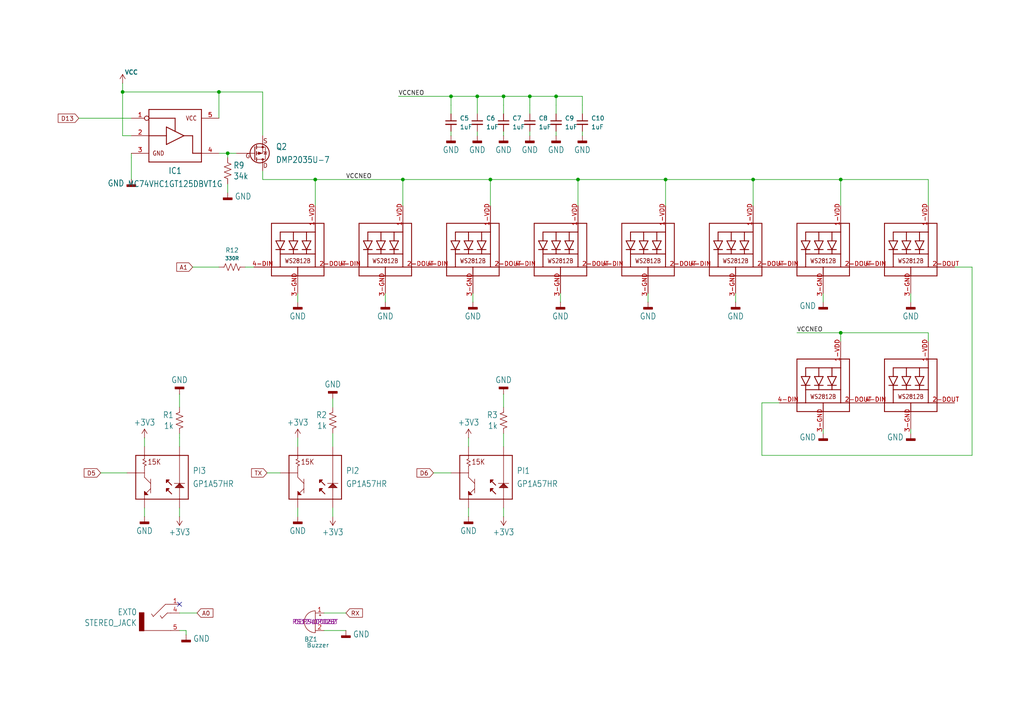
<source format=kicad_sch>
(kicad_sch (version 20250114) (generator "eeschema") (generator_version "9.0")
  (paper "A4")
  (lib_symbols
    (symbol "Device:Buzzer" (pin_names (offset 0.0254) (hide yes))
      (property "Reference" "BZ" (at 3.81 1.27 0))
      (property "Value" "Buzzer" (at 3.81 -1.27 0))
      (symbol "Buzzer_0_1"
        (polyline (pts (xy -1.651 1.905) (xy -1.143 1.905)))
        (polyline (pts (xy -1.397 2.159) (xy -1.397 1.651)))
        (arc (start 0 3.175) (mid 3.1612 0) (end 0 -3.175))
        (polyline (pts (xy 0 3.175) (xy 0 -3.175)))
      )
      (symbol "Buzzer_1_1"
        (pin passive line (at -2.54 2.54 0) (length 2.54) (name "+") (number "1"))
        (pin passive line (at -2.54 -2.54 0) (length 2.54) (name "-") (number "2"))
      )
    )
    (symbol "Device:C_Small" (pin_numbers (hide yes)) (pin_names (offset 0.254) (hide yes))
      (property "Reference" "C" (at 0.254 1.778 0))
      (property "Value" "C_Small" (at 0.254 -2.032 0))
      (symbol "C_Small_0_1"
        (polyline (pts (xy -1.524 0.508) (xy 1.524 0.508)) (stroke (width 0.3048)))
        (polyline (pts (xy -1.524 -0.508) (xy 1.524 -0.508)) (stroke (width 0.3302)))
      )
      (symbol "C_Small_1_1"
        (pin passive line (at 0 2.54 270) (length 2.032) (name "~") (number "1"))
        (pin passive line (at 0 -2.54 90) (length 2.032) (name "~") (number "2"))
      )
    )
    (symbol "Device:R_US" (pin_numbers (hide yes)) (pin_names (offset 0))
      (property "Reference" "R" (at 2.54 0 90))
      (property "Value" "R_US" (at -2.54 0 90))
      (symbol "R_US_0_1"
        (polyline (pts (xy 0 2.286) (xy 0 2.54)))
        (polyline (pts (xy 0 2.286) (xy 1.016 1.905) (xy 0 1.524) (xy -1.016 1.143) (xy 0 0.762)))
        (polyline (pts (xy 0 0.762) (xy 1.016 0.381) (xy 0 0) (xy -1.016 -0.381) (xy 0 -0.762)))
        (polyline (pts (xy 0 -0.762) (xy 1.016 -1.143) (xy 0 -1.524) (xy -1.016 -1.905) (xy 0 -2.286)))
        (polyline (pts (xy 0 -2.286) (xy 0 -2.54)))
      )
      (symbol "R_US_1_1"
        (pin passive line (at 0 3.81 270) (length 1.27) (name "~") (number "1"))
        (pin passive line (at 0 -3.81 90) (length 1.27) (name "~") (number "2"))
      )
    )
    (symbol "FED3_v7.3 SymLib:GP1A57HR"
      (symbol "GP1A57HR_1_0"
        (polyline (pts (xy -7.62 10.16) (xy 5.08 10.16)) (stroke (width 0.254)))
        (polyline (pts (xy -7.62 -2.54) (xy -7.62 10.16)) (stroke (width 0.254)))
        (polyline (pts (xy -6.096 1.016) (xy -6.35 0.762)) (stroke (width 0.1524)))
        (polyline (pts (xy -6.096 0.889) (xy -4.064 0.889)) (stroke (width 0.1524)))
        (polyline (pts (xy -5.842 1.27) (xy -6.096 1.016)) (stroke (width 0.1524)))
        (polyline (pts (xy -5.842 1.27) (xy -4.318 1.27)) (stroke (width 0.1524)))
        (polyline (pts (xy -5.588 1.524) (xy -5.842 1.27)) (stroke (width 0.1524)))
        (polyline (pts (xy -5.588 1.397) (xy -4.572 1.397)) (stroke (width 0.1524)))
        (polyline (pts (xy -5.334 1.778) (xy -5.588 1.524)) (stroke (width 0.1524)))
        (polyline (pts (xy -5.334 1.778) (xy -4.826 1.778)) (stroke (width 0.1524)))
        (polyline (pts (xy -5.207 1.905) (xy -5.334 1.778)) (stroke (width 0.1524)))
        (polyline (pts (xy -5.207 1.905) (xy -4.953 1.905)) (stroke (width 0.1524)))
        (polyline (pts (xy -5.08 2.032) (xy -6.604 2.032)) (stroke (width 0.1524)))
        (polyline (pts (xy -5.08 2.032) (xy -5.207 1.905)) (stroke (width 0.1524)))
        (polyline (pts (xy -5.08 2.032) (xy -5.08 10.16)) (stroke (width 0.1524)))
        (polyline (pts (xy -5.08 0.762) (xy -6.35 0.762)) (stroke (width 0.1524)))
        (polyline (pts (xy -5.08 -2.54) (xy -7.62 -2.54)) (stroke (width 0.254)))
        (polyline (pts (xy -5.08 -2.54) (xy -5.08 0.762)) (stroke (width 0.1524)))
        (polyline (pts (xy -4.953 1.905) (xy -5.08 2.032)) (stroke (width 0.1524)))
        (polyline (pts (xy -4.826 1.778) (xy -4.953 1.905)) (stroke (width 0.1524)))
        (polyline (pts (xy -4.826 1.651) (xy -5.334 1.651)) (stroke (width 0.1524)))
        (polyline (pts (xy -4.572 1.524) (xy -5.588 1.524)) (stroke (width 0.1524)))
        (polyline (pts (xy -4.572 1.524) (xy -4.826 1.778)) (stroke (width 0.1524)))
        (polyline (pts (xy -4.318 1.27) (xy -4.572 1.524)) (stroke (width 0.1524)))
        (polyline (pts (xy -4.318 1.143) (xy -5.842 1.143)) (stroke (width 0.1524)))
        (polyline (pts (xy -4.064 1.016) (xy -6.096 1.016)) (stroke (width 0.1524)))
        (polyline (pts (xy -4.064 1.016) (xy -4.318 1.27)) (stroke (width 0.1524)))
        (polyline (pts (xy -3.81 0.762) (xy -5.08 0.762)) (stroke (width 0.1524)))
        (polyline (pts (xy -3.81 0.762) (xy -4.064 1.016)) (stroke (width 0.1524)))
        (polyline (pts (xy -3.556 2.032) (xy -5.08 2.032)) (stroke (width 0.1524)))
        (polyline (pts (xy -2.794 1.524) (xy -1.778 2.54)) (stroke (width 0.254)))
        (polyline (pts (xy -2.794 -1.016) (xy -1.778 0)) (stroke (width 0.254)))
        (polyline (pts (xy -2.032 3.048) (xy -1.27 2.286)) (stroke (width 0.254)))
        (polyline (pts (xy -2.032 0.508) (xy -1.27 -0.254)) (stroke (width 0.254)))
        (polyline (pts (xy -1.778 3.048) (xy -2.032 3.048)) (stroke (width 0.254)))
        (polyline (pts (xy -1.778 3.048) (xy -1.27 2.54)) (stroke (width 0.254)))
        (polyline (pts (xy -1.778 0.508) (xy -2.032 0.508)) (stroke (width 0.254)))
        (polyline (pts (xy -1.778 0.508) (xy -1.27 0)) (stroke (width 0.254)))
        (polyline (pts (xy -1.524 3.048) (xy -1.778 3.048)) (stroke (width 0.254)))
        (polyline (pts (xy -1.524 3.048) (xy -1.27 2.794)) (stroke (width 0.254)))
        (polyline (pts (xy -1.524 0.508) (xy -1.778 0.508)) (stroke (width 0.254)))
        (polyline (pts (xy -1.524 0.508) (xy -1.27 0.254)) (stroke (width 0.254)))
        (polyline (pts (xy -1.27 3.048) (xy -1.524 3.048)) (stroke (width 0.254)))
        (polyline (pts (xy -1.27 2.794) (xy -1.27 3.048)) (stroke (width 0.254)))
        (polyline (pts (xy -1.27 2.54) (xy -1.27 2.794)) (stroke (width 0.254)))
        (polyline (pts (xy -1.27 2.286) (xy -1.27 2.54)) (stroke (width 0.254)))
        (polyline (pts (xy -1.27 0.508) (xy -1.524 0.508)) (stroke (width 0.254)))
        (polyline (pts (xy -1.27 0.254) (xy -1.27 0.508)) (stroke (width 0.254)))
        (polyline (pts (xy -1.27 0) (xy -1.27 0.254)) (stroke (width 0.254)))
        (polyline (pts (xy -1.27 -0.254) (xy -1.27 0)) (stroke (width 0.254)))
        (polyline (pts (xy 3.302 3.302) (xy 3.302 2.032)) (stroke (width 0.1524)))
        (polyline (pts (xy 3.302 2.032) (xy 3.302 0.508)) (stroke (width 0.1524)))
        (polyline (pts (xy 3.302 2.032) (xy 5.08 3.81)) (stroke (width 0.1524)))
        (polyline (pts (xy 3.302 0.508) (xy 3.302 -0.762)) (stroke (width 0.1524)))
        (polyline (pts (xy 3.302 0.508) (xy 4.572 -0.762)) (stroke (width 0.1524)))
        (polyline (pts (xy 4.064 -1.27) (xy 4.191 -1.27)) (stroke (width 0.1524)))
        (polyline (pts (xy 4.191 -1.27) (xy 4.318 -1.27)) (stroke (width 0.1524)))
        (polyline (pts (xy 4.318 -1.27) (xy 4.445 -1.27)) (stroke (width 0.1524)))
        (polyline (pts (xy 4.445 -1.27) (xy 4.572 -1.27)) (stroke (width 0.1524)))
        (polyline (pts (xy 4.572 8.382) (xy 5.588 7.874)) (stroke (width 0.1524)))
        (polyline (pts (xy 4.572 7.366) (xy 5.08 7.112)) (stroke (width 0.1524)))
        (polyline (pts (xy 4.572 -1.27) (xy 4.699 -1.27)) (stroke (width 0.1524)))
        (polyline (pts (xy 4.699 -1.27) (xy 4.826 -1.27)) (stroke (width 0.1524)))
        (polyline (pts (xy 4.826 -1.27) (xy 5.08 -1.27)) (stroke (width 0.1524)))
        (polyline (pts (xy 4.953 -0.508) (xy 4.318 -1.143)) (stroke (width 0.1524)))
        (polyline (pts (xy 4.953 -0.635) (xy 4.445 -1.143)) (stroke (width 0.1524)))
        (polyline (pts (xy 4.953 -0.762) (xy 4.572 -1.143)) (stroke (width 0.1524)))
        (polyline (pts (xy 4.953 -0.889) (xy 4.699 -1.143)) (stroke (width 0.1524)))
        (polyline (pts (xy 4.953 -1.016) (xy 4.826 -1.143)) (stroke (width 0.1524)))
        (polyline (pts (xy 4.953 -1.143) (xy 4.826 -1.27)) (stroke (width 0.1524)))
        (polyline (pts (xy 5.08 10.16) (xy 5.08 9.144)) (stroke (width 0.1524)))
        (polyline (pts (xy 5.08 10.16) (xy 7.62 10.16)) (stroke (width 0.254)))
        (polyline (pts (xy 5.08 9.144) (xy 5.588 8.89)) (stroke (width 0.1524)))
        (polyline (pts (xy 5.08 7.112) (xy 5.08 5.08)) (stroke (width 0.1524)))
        (polyline (pts (xy 5.08 5.08) (xy 5.08 3.81)) (stroke (width 0.1524)))
        (polyline (pts (xy 5.08 5.08) (xy 7.62 5.08)) (stroke (width 0.1524)))
        (polyline (pts (xy 5.08 -0.254) (xy 4.064 -1.27)) (stroke (width 0.1524)))
        (polyline (pts (xy 5.08 -0.381) (xy 4.191 -1.27)) (stroke (width 0.1524)))
        (polyline (pts (xy 5.08 -0.381) (xy 5.08 -0.254)) (stroke (width 0.1524)))
        (polyline (pts (xy 5.08 -0.508) (xy 4.318 -1.27)) (stroke (width 0.1524)))
        (polyline (pts (xy 5.08 -0.508) (xy 5.08 -0.381)) (stroke (width 0.1524)))
        (polyline (pts (xy 5.08 -0.635) (xy 4.445 -1.27)) (stroke (width 0.1524)))
        (polyline (pts (xy 5.08 -0.635) (xy 5.08 -0.508)) (stroke (width 0.1524)))
        (polyline (pts (xy 5.08 -0.762) (xy 4.572 -1.27)) (stroke (width 0.1524)))
        (polyline (pts (xy 5.08 -0.762) (xy 5.08 -0.635)) (stroke (width 0.1524)))
        (polyline (pts (xy 5.08 -0.889) (xy 4.699 -1.27)) (stroke (width 0.1524)))
        (polyline (pts (xy 5.08 -0.889) (xy 5.08 -0.762)) (stroke (width 0.1524)))
        (polyline (pts (xy 5.08 -1.016) (xy 4.826 -1.27)) (stroke (width 0.1524)))
        (polyline (pts (xy 5.08 -1.016) (xy 5.08 -0.889)) (stroke (width 0.1524)))
        (polyline (pts (xy 5.08 -1.27) (xy 5.08 -1.016)) (stroke (width 0.1524)))
        (polyline (pts (xy 5.08 -2.54) (xy -5.08 -2.54)) (stroke (width 0.254)))
        (polyline (pts (xy 5.08 -2.54) (xy 5.08 -1.27)) (stroke (width 0.1524)))
        (polyline (pts (xy 5.588 8.89) (xy 4.572 8.382)) (stroke (width 0.1524)))
        (polyline (pts (xy 5.588 7.874) (xy 4.572 7.366)) (stroke (width 0.1524)))
        (polyline (pts (xy 7.62 10.16) (xy 7.62 5.08)) (stroke (width 0.254)))
        (polyline (pts (xy 7.62 5.08) (xy 7.62 -2.54)) (stroke (width 0.254)))
        (polyline (pts (xy 7.62 -2.54) (xy 5.08 -2.54)) (stroke (width 0.254)))
        (text "15K" (at 0.254 7.366 0) (effects (font (size 1.524 1.2954)) (justify left bottom)))
        (pin bidirectional line (at -5.08 12.7 270) (length 2.54) (name "2") (number "2"))
        (pin bidirectional line (at -5.08 -5.08 90) (length 2.54) (name "1") (number "1"))
        (pin bidirectional line (at 5.08 12.7 270) (length 2.54) (name "3") (number "3"))
        (pin bidirectional line (at 5.08 -5.08 90) (length 2.54) (name "5") (number "5"))
        (pin bidirectional line (at 10.16 5.08 180) (length 2.54) (name "4") (number "4"))
      )
    )
    (symbol "FED3_v7.3 SymLib:MOSFET_P-CH"
      (symbol "MOSFET_P-CH_0_1"
        (polyline (pts (xy -2.286 1.905) (xy -2.286 -1.905)) (stroke (width 0.254)))
        (polyline (pts (xy -2.286 0) (xy -5.08 0)))
        (polyline (pts (xy -1.778 2.286) (xy -1.778 1.27)) (stroke (width 0.254)))
        (polyline (pts (xy -1.778 1.778) (xy 0.762 1.778) (xy 0.762 -1.778) (xy -1.778 -1.778)))
        (polyline (pts (xy -1.778 0.508) (xy -1.778 -0.508)) (stroke (width 0.254)))
        (polyline (pts (xy -1.778 -1.27) (xy -1.778 -2.286)) (stroke (width 0.254)))
        (circle (center -0.889 0) (radius 2.794) (stroke (width 0.254)))
        (polyline (pts (xy -0.254 0) (xy -1.27 0.381) (xy -1.27 -0.381) (xy -0.254 0)) (fill (type outline)))
        (polyline (pts (xy 0 2.54) (xy 0 1.778)))
        (circle (center 0 1.778) (radius 0.254) (fill (type outline)))
        (circle (center 0 -1.778) (radius 0.254) (fill (type outline)))
        (polyline (pts (xy 0 -2.54) (xy 0 0) (xy -1.778 0)))
        (polyline (pts (xy 0.254 -0.508) (xy 0.381 -0.381) (xy 1.143 -0.381) (xy 1.27 -0.254)))
        (polyline (pts (xy 0.762 -0.381) (xy 0.381 0.254) (xy 1.143 0.254) (xy 0.762 -0.381)))
      )
      (symbol "MOSFET_P-CH_1_1"
        (text "G" (at -4.318 0.762 0) (effects (font (size 1.27 1.27))))
        (text "D" (at 0.762 3.556 0) (effects (font (size 1.27 1.27))))
        (text "S" (at 0.762 -3.556 0) (effects (font (size 1.27 1.27))))
        (pin passive line (at -7.62 0 0) (length 2.54) (name "G") (number "P$1"))
        (pin passive line (at 0 5.08 270) (length 2.54) (name "D") (number "P$3"))
        (pin passive line (at 0 -5.08 90) (length 2.54) (name "S") (number "P$2"))
      )
    )
    (symbol "FED3_v7.3 SymLib:SN74LVC1G125"
      (symbol "SN74LVC1G125_1_0"
        (polyline (pts (xy -7.62 7.62) (xy -7.62 -7.62)) (stroke (width 0.254)))
        (polyline (pts (xy -7.62 5.08) (xy 0 5.08)) (stroke (width 0.254)))
        (polyline (pts (xy -7.62 0) (xy -2.54 0)) (stroke (width 0.254)))
        (polyline (pts (xy -7.62 -7.62) (xy 7.62 -7.62)) (stroke (width 0.254)))
        (polyline (pts (xy -2.54 2.54) (xy -2.54 -2.54)) (stroke (width 0.254)))
        (polyline (pts (xy -2.54 2.54) (xy 0 1.27)) (stroke (width 0.254)))
        (polyline (pts (xy 0 5.08) (xy 0 1.27)) (stroke (width 0.254)))
        (polyline (pts (xy 0 1.27) (xy 2.54 0)) (stroke (width 0.254)))
        (polyline (pts (xy 2.54 0) (xy -2.54 -2.54)) (stroke (width 0.254)))
        (polyline (pts (xy 2.54 0) (xy 5.08 0)) (stroke (width 0.254)))
        (polyline (pts (xy 5.08 0) (xy 5.08 -5.08)) (stroke (width 0.254)))
        (polyline (pts (xy 5.08 -5.08) (xy 7.62 -5.08)) (stroke (width 0.254)))
        (polyline (pts (xy 7.62 7.62) (xy -7.62 7.62)) (stroke (width 0.254)))
        (polyline (pts (xy 7.62 -7.62) (xy 7.62 7.62)) (stroke (width 0.254)))
        (text "GND" (at -6.604 -5.842 0) (effects (font (size 1.27 1.0795)) (justify left bottom)))
        (text "VCC" (at 3.048 4.318 0) (effects (font (size 1.27 1.0795)) (justify left bottom)))
        (pin bidirectional inverted (at -12.7 5.08 0) (length 5.08) (name "P$1") (number "1"))
        (pin bidirectional line (at -12.7 0 0) (length 5.08) (name "P$2") (number "2"))
        (pin bidirectional line (at -12.7 -5.08 0) (length 5.08) (name "P$3") (number "3"))
        (pin bidirectional line (at 12.7 5.08 180) (length 5.08) (name "P$5") (number "5"))
        (pin bidirectional line (at 12.7 -5.08 180) (length 5.08) (name "P$4") (number "4"))
      )
    )
    (symbol "FED3_v7.3 SymLib:STEREO_JACK"
      (symbol "STEREO_JACK_1_0"
        (rectangle (start -5.207 2.667) (end -6.604 -2.667) (fill (type outline)))
        (polyline (pts (xy -2.54 1.524) (xy -3.048 2.286)) (stroke (width 0.1524)))
        (polyline (pts (xy 0 1.016) (xy -0.508 1.778)) (stroke (width 0.1524)))
        (polyline (pts (xy 1.016 5.08) (xy -2.54 1.524)) (stroke (width 0.1524)))
        (polyline (pts (xy 1.524 2.54) (xy 0 1.016)) (stroke (width 0.1524)))
        (polyline (pts (xy 2.54 5.08) (xy 1.016 5.08)) (stroke (width 0.1524)))
        (polyline (pts (xy 2.54 2.54) (xy 1.524 2.54)) (stroke (width 0.1524)))
        (polyline (pts (xy 2.54 -2.54) (xy -5.207 -2.54)) (stroke (width 0.1524)))
        (pin passive line (at 5.08 5.08 180) (length 2.54) (name "1") (number "1"))
        (pin passive line (at 5.08 2.54 180) (length 2.54) (name "4") (number "4"))
        (pin passive line (at 5.08 -2.54 180) (length 2.54) (name "5") (number "5"))
      )
    )
    (symbol "FED3_v7.3 SymLib:WS2812B5050"
      (symbol "WS2812B5050_1_0"
        (polyline (pts (xy -7.62 10.16) (xy -7.62 -2.54)) (stroke (width 0.254)))
        (polyline (pts (xy -7.62 -2.54) (xy -7.62 -5.08)) (stroke (width 0.254)))
        (polyline (pts (xy -7.62 -5.08) (xy 0 -5.08)) (stroke (width 0.254)))
        (polyline (pts (xy -6.35 5.08) (xy -5.08 5.08)) (stroke (width 0.254)))
        (polyline (pts (xy -6.35 2.54) (xy -5.08 2.54)) (stroke (width 0.254)))
        (polyline (pts (xy -5.08 7.62) (xy -5.08 5.08)) (stroke (width 0.254)))
        (polyline (pts (xy -5.08 5.08) (xy -3.81 5.08)) (stroke (width 0.254)))
        (polyline (pts (xy -5.08 2.54) (xy -6.35 5.08)) (stroke (width 0.254)))
        (polyline (pts (xy -5.08 2.54) (xy -5.08 1.27)) (stroke (width 0.254)))
        (polyline (pts (xy -5.08 2.54) (xy -3.81 5.08)) (stroke (width 0.254)))
        (polyline (pts (xy -5.08 1.27) (xy -5.08 -2.54)) (stroke (width 0.254)))
        (polyline (pts (xy -5.08 -2.54) (xy -7.62 -2.54)) (stroke (width 0.254)))
        (polyline (pts (xy -5.08 -2.54) (xy 0 -2.54)) (stroke (width 0.254)))
        (polyline (pts (xy -3.81 2.54) (xy -5.08 2.54)) (stroke (width 0.254)))
        (polyline (pts (xy -2.54 5.08) (xy 0 5.08)) (stroke (width 0.254)))
        (polyline (pts (xy -2.54 2.54) (xy -1.27 2.54)) (stroke (width 0.254)))
        (polyline (pts (xy -1.27 7.62) (xy -5.08 7.62)) (stroke (width 0.254)))
        (polyline (pts (xy -1.27 5.08) (xy -1.27 7.62)) (stroke (width 0.254)))
        (polyline (pts (xy -1.27 2.54) (xy -2.54 5.08)) (stroke (width 0.254)))
        (polyline (pts (xy -1.27 2.54) (xy -1.27 1.27)) (stroke (width 0.254)))
        (polyline (pts (xy -1.27 2.54) (xy 0 2.54)) (stroke (width 0.254)))
        (polyline (pts (xy -1.27 1.27) (xy -5.08 1.27)) (stroke (width 0.254)))
        (polyline (pts (xy 0 5.08) (xy -1.27 2.54)) (stroke (width 0.254)))
        (polyline (pts (xy 0 -2.54) (xy 0 -5.08)) (stroke (width 0.254)))
        (polyline (pts (xy 0 -2.54) (xy 5.08 -2.54)) (stroke (width 0.254)))
        (polyline (pts (xy 0 -5.08) (xy 7.62 -5.08)) (stroke (width 0.254)))
        (polyline (pts (xy 1.27 5.08) (xy 2.54 5.08)) (stroke (width 0.254)))
        (polyline (pts (xy 1.27 5.08) (xy 2.54 2.54)) (stroke (width 0.254)))
        (polyline (pts (xy 2.54 7.62) (xy -1.27 7.62)) (stroke (width 0.254)))
        (polyline (pts (xy 2.54 7.62) (xy 5.08 7.62)) (stroke (width 0.254)))
        (polyline (pts (xy 2.54 5.08) (xy 2.54 7.62)) (stroke (width 0.254)))
        (polyline (pts (xy 2.54 2.54) (xy 1.27 2.54)) (stroke (width 0.254)))
        (polyline (pts (xy 2.54 2.54) (xy 2.54 1.27)) (stroke (width 0.254)))
        (polyline (pts (xy 2.54 2.54) (xy 3.81 5.08)) (stroke (width 0.254)))
        (polyline (pts (xy 2.54 2.54) (xy 3.81 2.54)) (stroke (width 0.254)))
        (polyline (pts (xy 2.54 1.27) (xy -1.27 1.27)) (stroke (width 0.254)))
        (polyline (pts (xy 3.81 5.08) (xy 2.54 5.08)) (stroke (width 0.254)))
        (polyline (pts (xy 5.08 10.16) (xy -7.62 10.16)) (stroke (width 0.254)))
        (polyline (pts (xy 5.08 10.16) (xy 5.08 7.62)) (stroke (width 0.254)))
        (polyline (pts (xy 5.08 7.62) (xy 5.08 1.27)) (stroke (width 0.254)))
        (polyline (pts (xy 5.08 1.27) (xy 2.54 1.27)) (stroke (width 0.254)))
        (polyline (pts (xy 5.08 -2.54) (xy 5.08 1.27)) (stroke (width 0.254)))
        (polyline (pts (xy 5.08 -2.54) (xy 7.62 -2.54)) (stroke (width 0.254)))
        (polyline (pts (xy 7.62 10.16) (xy 5.08 10.16)) (stroke (width 0.254)))
        (polyline (pts (xy 7.62 -2.54) (xy 7.62 10.16)) (stroke (width 0.254)))
        (polyline (pts (xy 7.62 -5.08) (xy 7.62 -2.54)) (stroke (width 0.254)))
        (text "WS2812B" (at 3.81 0 0) (effects (font (size 1.27 1.0795)) (justify right top)))
        (pin input line (at -12.7 -2.54 0) (length 5.08) (name "DI") (number "4-DIN"))
        (pin power_in line (at 0 -10.16 90) (length 5.08) (name "GND") (number "3-GND"))
        (pin power_in line (at 5.08 15.24 270) (length 5.08) (name "VDD") (number "1-VDD"))
        (pin output line (at 12.7 -2.54 180) (length 5.08) (name "DO") (number "2-DOUT"))
      )
    )
    (symbol "power:+3V3" (power) (pin_numbers (hide yes)) (pin_names (offset 0) (hide yes))
      (property "Value" "+3V3" (at 0 3.556 0))
      (symbol "+3V3_0_1"
        (polyline (pts (xy -0.762 1.27) (xy 0 2.54)))
        (polyline (pts (xy 0 2.54) (xy 0.762 1.27)))
        (polyline (pts (xy 0 0) (xy 0 2.54)))
      )
      (symbol "+3V3_1_1"
        (pin power_in line (at 0 0 90) (length 0) (name "~") (number "1"))
      )
    )
    (symbol "power:GNDD" (power) (pin_numbers (hide yes)) (pin_names (offset 0) (hide yes))
      (property "Value" "GNDD" (at 0 -3.175 0))
      (symbol "GNDD_0_1"
        (rectangle (start -1.27 -1.524) (end 1.27 -2.032) (stroke (width 0.254)) (fill (type outline)))
        (polyline (pts (xy 0 0) (xy 0 -1.524)))
      )
      (symbol "GNDD_1_1"
        (pin power_in line (at 0 0 270) (length 0) (name "~") (number "1"))
      )
    )
    (symbol "power:VCC" (power) (pin_numbers (hide yes)) (pin_names (offset 0) (hide yes))
      (property "Value" "VCC" (at 0 3.556 0))
      (symbol "VCC_0_1"
        (polyline (pts (xy -0.762 1.27) (xy 0 2.54)))
        (polyline (pts (xy 0 2.54) (xy 0.762 1.27)))
        (polyline (pts (xy 0 0) (xy 0 2.54)))
      )
      (symbol "VCC_1_1"
        (pin power_in line (at 0 0 90) (length 0) (name "~") (number "1"))
      )
    )
  )
  (junction (at 142.24 52.07))
  (junction (at 91.44 52.07))
  (junction (at 167.64 52.07))
  (junction (at 138.43 27.94))
  (junction (at 243.84 96.52))
  (junction (at 218.44 52.07))
  (junction (at 243.84 52.07))
  (junction (at 63.5 26.67))
  (junction (at 153.67 27.94))
  (junction (at 146.05 27.94))
  (junction (at 66.04 44.45))
  (junction (at 193.04 52.07))
  (junction (at 161.29 27.94))
  (junction (at 35.56 26.67))
  (junction (at 116.84 52.07))
  (junction (at 130.81 27.94))
  (no_connect (at 52.07 175.26))
  (wire (pts (xy 138.43 27.94) (xy 146.05 27.94)) (stroke (width 0.1524)))
  (wire (pts (xy 36.83 137.16) (xy 29.21 137.16)) (stroke (width 0.1524)))
  (wire (pts (xy 162.56 85.09) (xy 162.56 87.63)) (stroke (width 0.1524)))
  (wire (pts (xy 238.76 125.73) (xy 238.76 124.46)))
  (wire (pts (xy 52.07 182.88) (xy 53.975 182.88)) (stroke (width 0.1524)))
  (wire (pts (xy 220.98 116.84) (xy 220.98 132.08)) (stroke (width 0.1524)))
  (wire (pts (xy 161.29 27.94) (xy 168.91 27.94)) (stroke (width 0.1524)))
  (wire (pts (xy 76.2 39.37) (xy 76.2 26.67)) (stroke (width 0.1524)))
  (wire (pts (xy 243.84 96.52) (xy 269.24 96.52)) (stroke (width 0.1524)))
  (wire (pts (xy 264.16 125.73) (xy 264.16 124.46)))
  (wire (pts (xy 276.86 77.47) (xy 281.94 77.47)) (stroke (width 0.1524)))
  (wire (pts (xy 142.24 59.69) (xy 142.24 52.07)) (stroke (width 0.1524)))
  (wire (pts (xy 269.24 52.07) (xy 269.24 59.69)) (stroke (width 0.1524)))
  (wire (pts (xy 116.84 52.07) (xy 142.24 52.07)) (stroke (width 0.1524)))
  (wire (pts (xy 167.64 52.07) (xy 193.04 52.07)) (stroke (width 0.1524)))
  (wire (pts (xy 243.84 99.06) (xy 243.84 96.52)) (stroke (width 0.1524)))
  (wire (pts (xy 130.81 137.16) (xy 125.73 137.16)) (stroke (width 0.1524)))
  (wire (pts (xy 96.52 115.57) (xy 96.52 118.11)))
  (wire (pts (xy 243.84 52.07) (xy 269.24 52.07)) (stroke (width 0.1524)))
  (wire (pts (xy 81.28 137.16) (xy 77.47 137.16)) (stroke (width 0.1524)))
  (wire (pts (xy 115.57 27.94) (xy 130.81 27.94)) (stroke (width 0.1524)))
  (wire (pts (xy 269.24 96.52) (xy 269.24 99.06)) (stroke (width 0.1524)))
  (wire (pts (xy 52.07 177.8) (xy 57.15 177.8)) (stroke (width 0.1524)))
  (wire (pts (xy 76.2 52.07) (xy 91.44 52.07)) (stroke (width 0.1524)))
  (wire (pts (xy 93.98 177.8) (xy 100.33 177.8)))
  (wire (pts (xy 167.64 59.69) (xy 167.64 52.07)) (stroke (width 0.1524)))
  (wire (pts (xy 243.84 59.69) (xy 243.84 52.07)) (stroke (width 0.1524)))
  (wire (pts (xy 153.67 30.48) (xy 153.67 33.02)))
  (wire (pts (xy 86.36 127) (xy 86.36 129.54)) (stroke (width 0.1524)))
  (wire (pts (xy 238.76 85.09) (xy 238.76 87.63)) (stroke (width 0.1524)))
  (wire (pts (xy 63.5 26.67) (xy 76.2 26.67)) (stroke (width 0.1524)))
  (wire (pts (xy 146.05 149.86) (xy 146.05 147.32)) (stroke (width 0.1524)))
  (wire (pts (xy 146.05 30.48) (xy 146.05 27.94)) (stroke (width 0.1524)))
  (wire (pts (xy 38.1 44.45) (xy 38.1 45.72)) (stroke (width 0.1524)))
  (wire (pts (xy 66.04 44.45) (xy 66.04 45.72)) (stroke (width 0.1524)))
  (wire (pts (xy 41.91 127) (xy 41.91 129.54)) (stroke (width 0.1524)))
  (wire (pts (xy 35.56 26.67) (xy 35.56 24.13)) (stroke (width 0.1524)))
  (wire (pts (xy 187.96 85.09) (xy 187.96 87.63)) (stroke (width 0.1524)))
  (wire (pts (xy 63.5 26.67) (xy 63.5 34.29)) (stroke (width 0.1524)))
  (wire (pts (xy 220.98 116.84) (xy 226.06 116.84)) (stroke (width 0.1524)))
  (wire (pts (xy 218.44 59.69) (xy 218.44 52.07)) (stroke (width 0.1524)))
  (wire (pts (xy 168.91 30.48) (xy 168.91 33.02)))
  (wire (pts (xy 135.89 149.86) (xy 135.89 147.32)) (stroke (width 0.1524)))
  (wire (pts (xy 146.05 38.1) (xy 146.05 39.37)) (stroke (width 0.1524)))
  (wire (pts (xy 52.07 149.86) (xy 52.07 147.32)) (stroke (width 0.1524)))
  (wire (pts (xy 93.98 182.88) (xy 100.33 182.88)))
  (wire (pts (xy 135.89 127) (xy 135.89 129.54)) (stroke (width 0.1524)))
  (wire (pts (xy 146.05 125.73) (xy 146.05 129.54)) (stroke (width 0.1524)))
  (wire (pts (xy 153.67 27.94) (xy 161.29 27.94)) (stroke (width 0.1524)))
  (wire (pts (xy 146.05 114.3) (xy 146.05 118.11)))
  (wire (pts (xy 138.43 30.48) (xy 138.43 27.94)) (stroke (width 0.1524)))
  (wire (pts (xy 86.36 85.09) (xy 86.36 87.63)) (stroke (width 0.1524)))
  (wire (pts (xy 138.43 38.1) (xy 138.43 39.37)) (stroke (width 0.1524)))
  (wire (pts (xy 38.1 34.29) (xy 22.86 34.29)) (stroke (width 0.1524)))
  (wire (pts (xy 213.36 85.09) (xy 213.36 87.63)) (stroke (width 0.1524)))
  (wire (pts (xy 66.04 44.45) (xy 68.58 44.45)) (stroke (width 0.1524)))
  (wire (pts (xy 38.1 45.72) (xy 38.1 52.07)))
  (wire (pts (xy 146.05 27.94) (xy 153.67 27.94)) (stroke (width 0.1524)))
  (wire (pts (xy 264.16 85.09) (xy 264.16 87.63)) (stroke (width 0.1524)))
  (wire (pts (xy 96.52 149.86) (xy 96.52 147.32)) (stroke (width 0.1524)))
  (wire (pts (xy 130.81 27.94) (xy 138.43 27.94)) (stroke (width 0.1524)))
  (wire (pts (xy 161.29 39.37) (xy 161.29 38.1)) (stroke (width 0.1524)))
  (wire (pts (xy 142.24 52.07) (xy 167.64 52.07)) (stroke (width 0.1524)))
  (wire (pts (xy 168.91 39.37) (xy 168.91 38.1)) (stroke (width 0.1524)))
  (wire (pts (xy 63.5 26.67) (xy 35.56 26.67)) (stroke (width 0.1524)))
  (wire (pts (xy 66.04 53.34) (xy 66.04 55.88)))
  (wire (pts (xy 71.12 77.47) (xy 73.66 77.47)))
  (wire (pts (xy 53.975 182.88) (xy 53.975 184.15)))
  (wire (pts (xy 193.04 52.07) (xy 193.04 59.69)) (stroke (width 0.1524)))
  (wire (pts (xy 281.94 132.08) (xy 281.94 77.47)) (stroke (width 0.1524)))
  (wire (pts (xy 35.56 39.37) (xy 38.1 39.37)) (stroke (width 0.1524)))
  (wire (pts (xy 130.81 30.48) (xy 130.81 27.94)) (stroke (width 0.1524)))
  (wire (pts (xy 91.44 52.07) (xy 116.84 52.07)) (stroke (width 0.1524)))
  (wire (pts (xy 52.07 114.3) (xy 52.07 118.11)))
  (wire (pts (xy 168.91 27.94) (xy 168.91 30.48)) (stroke (width 0.1524)))
  (wire (pts (xy 76.2 49.53) (xy 76.2 52.07)) (stroke (width 0.1524)))
  (wire (pts (xy 161.29 27.94) (xy 161.29 30.48)) (stroke (width 0.1524)))
  (wire (pts (xy 231.14 96.52) (xy 243.84 96.52)) (stroke (width 0.1524)))
  (wire (pts (xy 63.5 77.47) (xy 55.88 77.47)) (stroke (width 0.1524)))
  (wire (pts (xy 153.67 38.1) (xy 153.67 39.37)) (stroke (width 0.1524)))
  (wire (pts (xy 66.04 44.45) (xy 63.5 44.45)) (stroke (width 0.1524)))
  (wire (pts (xy 193.04 52.07) (xy 218.44 52.07)) (stroke (width 0.1524)))
  (wire (pts (xy 146.05 30.48) (xy 146.05 33.02)))
  (wire (pts (xy 161.29 30.48) (xy 161.29 33.02)))
  (wire (pts (xy 86.36 149.86) (xy 86.36 147.32)) (stroke (width 0.1524)))
  (wire (pts (xy 137.16 85.09) (xy 137.16 87.63)) (stroke (width 0.1524)))
  (wire (pts (xy 116.84 59.69) (xy 116.84 52.07)) (stroke (width 0.1524)))
  (wire (pts (xy 52.07 125.73) (xy 52.07 127)))
  (wire (pts (xy 41.91 149.86) (xy 41.91 147.32)) (stroke (width 0.1524)))
  (wire (pts (xy 91.44 59.69) (xy 91.44 52.07)) (stroke (width 0.1524)))
  (wire (pts (xy 111.76 85.09) (xy 111.76 87.63)) (stroke (width 0.1524)))
  (wire (pts (xy 218.44 52.07) (xy 243.84 52.07)) (stroke (width 0.1524)))
  (wire (pts (xy 96.52 125.73) (xy 96.52 129.54)) (stroke (width 0.1524)))
  (wire (pts (xy 220.98 132.08) (xy 281.94 132.08)) (stroke (width 0.1524)))
  (wire (pts (xy 52.07 127) (xy 52.07 129.54)) (stroke (width 0.1524)))
  (wire (pts (xy 130.81 38.1) (xy 130.81 39.37)) (stroke (width 0.1524)))
  (wire (pts (xy 138.43 30.48) (xy 138.43 33.02)))
  (wire (pts (xy 35.56 26.67) (xy 35.56 39.37)) (stroke (width 0.1524)))
  (wire (pts (xy 130.81 30.48) (xy 130.81 33.02)))
  (wire (pts (xy 153.67 30.48) (xy 153.67 27.94)) (stroke (width 0.1524)))
  (label "VCCNEO" (at 231.14 96.52 0) (effects (font (size 1.2446 1.2446))))
  (label "VCCNEO" (at 115.57 27.94 0) (effects (font (size 1.2446 1.2446))))
  (label "VCCNEO" (at 100.33 52.07 0) (effects (font (size 1.2446 1.2446))))
  (global_label "D13" (shape input) (at 22.86 34.29 180) (effects (font (size 1.2446 1.2446))) (property "Intersheetrefs" "${INTERSHEET_REFS}" (effects (hide yes))))
  (global_label "TX" (shape input) (at 77.47 137.16 180) (effects (font (size 1.2446 1.2446))) (property "Intersheetrefs" "${INTERSHEET_REFS}" (effects (hide yes))))
  (global_label "D5" (shape input) (at 29.21 137.16 180) (effects (font (size 1.2446 1.2446))) (property "Intersheetrefs" "${INTERSHEET_REFS}" (effects (hide yes))))
  (global_label "RX" (shape input) (at 100.33 177.8 0) (effects (font (size 1.2446 1.2446))) (property "Intersheetrefs" "${INTERSHEET_REFS}" (effects (hide yes))))
  (global_label "D6" (shape input) (at 125.73 137.16 180) (effects (font (size 1.2446 1.2446))) (property "Intersheetrefs" "${INTERSHEET_REFS}" (effects (hide yes))))
  (global_label "A0" (shape input) (at 57.15 177.8 0) (effects (font (size 1.2446 1.2446))) (property "Intersheetrefs" "${INTERSHEET_REFS}" (effects (hide yes))))
  (global_label "A1" (shape input) (at 55.88 77.47 180) (effects (font (size 1.2446 1.2446))) (property "Intersheetrefs" "${INTERSHEET_REFS}" (effects (hide yes))))
  (symbol (lib_id "FED3_v7.3 SymLib:GP1A57HR") (at 46.99 142.24 0) (mirror y) (unit 1)
    (property "Reference" "PI3" (at 55.88 136.525 0) (effects (font (size 1.778 1.5113)) (justify right)))
    (property "Value" "GP1A57HR" (at 55.88 140.335 0) (effects (font (size 1.778 1.5113)) (justify right)))
    (property "Footprint" "FED3_v7.3:GP1A57HR" (effects (hide yes)))
    (property "OEPSPN" "OEPS100063" (effects (hide yes)))
    (property "MPN" "GP1A57HRJ00F" (effects (hide yes)))
  )
  (symbol (lib_id "FED3_v7.3 SymLib:WS2812B5050") (at 187.96 74.93 0) (unit 1)
    (property "Reference" "LED5" (effects (hide yes)))
    (property "Value" "RGBLed" (effects (hide yes)))
    (property "Footprint" "FED3_v7.3:WS2812B" (effects (hide yes)))
    (property "OEPSPN" "OEPS080164" (effects (hide yes)))
    (property "MPN" "SK6812RGBW-BW" (effects (hide yes)))
  )
  (symbol (lib_id "power:GNDD") (at 41.91 149.86 0) (mirror y) (unit 1)
    (property "Reference" "#PWR0108" (effects (hide yes)))
    (property "Value" "GND" (at 41.91 153.9622 0) (effects (font (size 1.778 1.5113))))
    (property "Description" "Power symbol creates a global label with name \"GNDD\" , digital ground" (effects (hide yes)))
  )
  (symbol (lib_id "power:+3V3") (at 52.07 149.86 0) (mirror x) (unit 1)
    (property "Reference" "#+3V015" (effects (hide yes)))
    (property "Value" "+3V3" (at 52.07 154.3432 0) (effects (font (size 1.778 1.5113))))
  )
  (symbol (lib_id "FED3_v7.3 SymLib:WS2812B5050") (at 264.16 74.93 0) (unit 1)
    (property "Reference" "LED8" (effects (hide yes)))
    (property "Value" "RGBLed" (effects (hide yes)))
    (property "Footprint" "FED3_v7.3:WS2812B" (effects (hide yes)))
    (property "OEPSPN" "OEPS080164" (effects (hide yes)))
    (property "MPN" "SK6812RGBW-BW" (effects (hide yes)))
  )
  (symbol (lib_id "Device:C_Small") (at 130.81 35.56 0) (mirror y) (unit 1)
    (property "Reference" "C5" (at 133.35 34.2962 0) (effects (justify right)))
    (property "Value" "1uF" (at 133.35 36.8362 0) (effects (justify right)))
    (property "Footprint" "Capacitor_SMD:C_0402_1005Metric" (effects (hide yes)))
    (property "Description" "Unpolarized capacitor, small symbol" (effects (hide yes)))
    (property "OEPSPN" "OEPS010030" (effects (hide yes)))
    (property "MPN" "C1005X5R1E105K050BC" (effects (hide yes)))
  )
  (symbol (lib_id "power:GNDD") (at 138.43 39.37 0) (unit 1)
    (property "Reference" "#PWR0105" (effects (hide yes)))
    (property "Value" "GND" (at 138.43 43.4722 0) (effects (font (size 1.778 1.5113))))
    (property "Description" "Power symbol creates a global label with name \"GNDD\" , digital ground" (effects (hide yes)))
  )
  (symbol (lib_id "Device:Buzzer") (at 91.44 180.34 0) (mirror y) (unit 1)
    (property "Reference" "BZ1" (at 90.17 185.42 0))
    (property "Value" "Buzzer" (at 92.1951 187.1175 0))
    (property "Footprint" "FED3_v7.3:Buzzer" (effects (hide yes)))
    (property "Description" "Buzzer, polarized" (effects (hide yes)))
    (property "MPN" "PS1240P02BT" (at 91.44 180.34 0))
    (property "OEPSPN" "OEPS100062" (at 91.44 180.34 0))
  )
  (symbol (lib_id "power:GNDD") (at 146.05 114.3 0) (mirror x) (unit 1)
    (property "Reference" "#PWR035" (effects (hide yes)))
    (property "Value" "GND" (at 146.05 110.1978 0) (effects (font (size 1.778 1.5113))))
    (property "Description" "Power symbol creates a global label with name \"GNDD\" , digital ground" (effects (hide yes)))
  )
  (symbol (lib_id "power:GNDD") (at 111.76 87.63 0) (unit 1)
    (property "Reference" "#PWR025" (effects (hide yes)))
    (property "Value" "GND" (at 111.76 91.7322 0) (effects (font (size 1.778 1.5113))))
    (property "Description" "Power symbol creates a global label with name \"GNDD\" , digital ground" (effects (hide yes)))
  )
  (symbol (lib_id "Device:R_US") (at 52.07 121.92 0) (mirror x) (unit 1)
    (property "Reference" "R1" (at 50.419 120.3578 0) (effects (font (size 1.778 1.5113)) (justify right)))
    (property "Value" "1k" (at 50.419 123.4822 0) (effects (font (size 1.778 1.5113)) (justify right)))
    (property "Footprint" "Resistor_SMD:R_0402_1005Metric" (effects (hide yes)))
    (property "OEPSPN" "OEPS020006" (effects (hide yes)))
    (property "MPN" "ERJ-2RKF1001X" (effects (hide yes)))
  )
  (symbol (lib_id "power:+3V3") (at 135.89 127 0) (mirror y) (unit 1)
    (property "Reference" "#+3V010" (effects (hide yes)))
    (property "Value" "+3V3" (at 135.89 122.5168 0) (effects (font (size 1.778 1.5113))))
  )
  (symbol (lib_id "power:GNDD") (at 161.29 39.37 0) (unit 1)
    (property "Reference" "#PWR027" (effects (hide yes)))
    (property "Value" "GND" (at 161.29 43.4722 0) (effects (font (size 1.778 1.5113))))
    (property "Description" "Power symbol creates a global label with name \"GNDD\" , digital ground" (effects (hide yes)))
  )
  (symbol (lib_id "power:GNDD") (at 66.04 55.88 0) (unit 1)
    (property "Reference" "#PWR033" (effects (hide yes)))
    (property "Value" "GND" (at 68.072 56.9595 0) (effects (font (size 1.778 1.5113)) (justify left)))
    (property "Description" "Power symbol creates a global label with name \"GNDD\" , digital ground" (effects (hide yes)))
  )
  (symbol (lib_id "Device:C_Small") (at 168.91 35.56 0) (unit 1)
    (property "Reference" "C10" (at 171.45 34.2962 0) (effects (justify left)))
    (property "Value" "1uF" (at 171.45 36.8362 0) (effects (justify left)))
    (property "Footprint" "Capacitor_SMD:C_0402_1005Metric" (effects (hide yes)))
    (property "Description" "Unpolarized capacitor, small symbol" (effects (hide yes)))
    (property "OEPSPN" "OEPS010030" (effects (hide yes)))
    (property "MPN" "C1005X5R1E105K050BC" (effects (hide yes)))
  )
  (symbol (lib_id "FED3_v7.3 SymLib:WS2812B5050") (at 238.76 74.93 0) (unit 1)
    (property "Reference" "LED7" (effects (hide yes)))
    (property "Value" "RGBLed" (effects (hide yes)))
    (property "Footprint" "FED3_v7.3:WS2812B" (effects (hide yes)))
    (property "OEPSPN" "OEPS080164" (effects (hide yes)))
    (property "MPN" "SK6812RGBW-BW" (effects (hide yes)))
  )
  (symbol (lib_id "power:GNDD") (at 86.36 149.86 0) (mirror y) (unit 1)
    (property "Reference" "#PWR034" (effects (hide yes)))
    (property "Value" "GND" (at 86.36 153.9622 0) (effects (font (size 1.778 1.5113))))
    (property "Description" "Power symbol creates a global label with name \"GNDD\" , digital ground" (effects (hide yes)))
  )
  (symbol (lib_id "power:GNDD") (at 135.89 149.86 0) (mirror y) (unit 1)
    (property "Reference" "#PWR036" (effects (hide yes)))
    (property "Value" "GND" (at 135.89 153.9622 0) (effects (font (size 1.778 1.5113))))
    (property "Description" "Power symbol creates a global label with name \"GNDD\" , digital ground" (effects (hide yes)))
  )
  (symbol (lib_id "Device:R_US") (at 146.05 121.92 0) (mirror x) (unit 1)
    (property "Reference" "R3" (at 144.399 120.3578 0) (effects (font (size 1.778 1.5113)) (justify right)))
    (property "Value" "1k" (at 144.399 123.4822 0) (effects (font (size 1.778 1.5113)) (justify right)))
    (property "Footprint" "Resistor_SMD:R_0402_1005Metric" (effects (hide yes)))
    (property "OEPSPN" "OEPS020006" (effects (hide yes)))
    (property "MPN" "ERJ-2RKF1001X" (effects (hide yes)))
  )
  (symbol (lib_id "Device:C_Small") (at 161.29 35.56 0) (unit 1)
    (property "Reference" "C9" (at 163.83 34.2962 0) (effects (justify left)))
    (property "Value" "1uF" (at 163.83 36.8362 0) (effects (justify left)))
    (property "Footprint" "Capacitor_SMD:C_0402_1005Metric" (effects (hide yes)))
    (property "Description" "Unpolarized capacitor, small symbol" (effects (hide yes)))
    (property "OEPSPN" "OEPS010030" (effects (hide yes)))
    (property "MPN" "C1005X5R1E105K050BC" (effects (hide yes)))
  )
  (symbol (lib_id "power:+3V3") (at 96.52 149.86 0) (mirror x) (unit 1)
    (property "Reference" "#+3V013" (effects (hide yes)))
    (property "Value" "+3V3" (at 96.52 154.3432 0) (effects (font (size 1.778 1.5113))))
  )
  (symbol (lib_id "power:GNDD") (at 137.16 87.63 0) (unit 1)
    (property "Reference" "#PWR029" (effects (hide yes)))
    (property "Value" "GND" (at 137.16 91.7322 0) (effects (font (size 1.778 1.5113))))
    (property "Description" "Power symbol creates a global label with name \"GNDD\" , digital ground" (effects (hide yes)))
  )
  (symbol (lib_id "FED3_v7.3 SymLib:GP1A57HR") (at 91.44 142.24 0) (mirror y) (unit 1)
    (property "Reference" "PI2" (at 100.33 136.525 0) (effects (font (size 1.778 1.5113)) (justify right)))
    (property "Value" "GP1A57HR" (at 100.33 140.335 0) (effects (font (size 1.778 1.5113)) (justify right)))
    (property "Footprint" "FED3_v7.3:GP1A57HR" (effects (hide yes)))
    (property "OEPSPN" "OEPS100063" (effects (hide yes)))
    (property "MPN" "GP1A57HRJ00F" (effects (hide yes)))
  )
  (symbol (lib_id "power:GNDD") (at 96.52 115.57 0) (mirror x) (unit 1)
    (property "Reference" "#PWR022" (effects (hide yes)))
    (property "Value" "GND" (at 96.52 111.4678 0) (effects (font (size 1.778 1.5113))))
    (property "Description" "Power symbol creates a global label with name \"GNDD\" , digital ground" (effects (hide yes)))
  )
  (symbol (lib_id "Device:R_US") (at 96.52 121.92 0) (mirror x) (unit 1)
    (property "Reference" "R2" (at 94.869 120.3578 0) (effects (font (size 1.778 1.5113)) (justify right)))
    (property "Value" "1k" (at 94.869 123.4822 0) (effects (font (size 1.778 1.5113)) (justify right)))
    (property "Footprint" "Resistor_SMD:R_0402_1005Metric" (effects (hide yes)))
    (property "OEPSPN" "OEPS020006" (effects (hide yes)))
    (property "MPN" "ERJ-2RKF1001X" (effects (hide yes)))
  )
  (symbol (lib_id "power:GNDD") (at 53.975 184.15 0) (mirror y) (unit 1)
    (property "Reference" "#PWR049" (effects (hide yes)))
    (property "Value" "GND" (at 56.007 185.2295 0) (effects (font (size 1.778 1.5113)) (justify right)))
    (property "Description" "Power symbol creates a global label with name \"GNDD\" , digital ground" (effects (hide yes)))
  )
  (symbol (lib_id "FED3_v7.3 SymLib:GP1A57HR") (at 140.97 142.24 0) (mirror y) (unit 1)
    (property "Reference" "PI1" (at 149.86 136.525 0) (effects (font (size 1.778 1.5113)) (justify right)))
    (property "Value" "GP1A57HR" (at 149.86 140.335 0) (effects (font (size 1.778 1.5113)) (justify right)))
    (property "Footprint" "FED3_v7.3:GP1A57HR" (effects (hide yes)))
    (property "OEPSPN" "OEPS100063" (effects (hide yes)))
    (property "MPN" "GP1A57HRJ00F" (effects (hide yes)))
  )
  (symbol (lib_id "power:VCC") (at 35.56 24.13 0) (unit 1)
    (property "Reference" "#PWR8" (effects (hide yes)))
    (property "Value" "VCC" (at 38.1 20.955 0) (effects (font (thickness 0.254) (bold yes))))
    (property "Description" "Power symbol creates a global label with name \"VCC\"" (effects (hide yes)))
  )
  (symbol (lib_id "Device:C_Small") (at 138.43 35.56 0) (unit 1)
    (property "Reference" "C6" (at 140.97 34.2962 0) (effects (justify left)))
    (property "Value" "1uF" (at 140.97 36.8362 0) (effects (justify left)))
    (property "Footprint" "Capacitor_SMD:C_0402_1005Metric" (effects (hide yes)))
    (property "Description" "Unpolarized capacitor, small symbol" (effects (hide yes)))
    (property "OEPSPN" "OEPS010030" (effects (hide yes)))
    (property "MPN" "C1005X5R1E105K050BC" (effects (hide yes)))
  )
  (symbol (lib_id "FED3_v7.3 SymLib:WS2812B5050") (at 86.36 74.93 0) (unit 1)
    (property "Reference" "LED1" (effects (hide yes)))
    (property "Value" "RGBLed" (effects (hide yes)))
    (property "Footprint" "FED3_v7.3:WS2812B" (effects (hide yes)))
    (property "OEPSPN" "OEPS080164" (effects (hide yes)))
    (property "MPN" "SK6812RGBW-BW" (effects (hide yes)))
  )
  (symbol (lib_id "power:GNDD") (at 100.33 182.88 0) (mirror y) (unit 1)
    (property "Reference" "#PWR048" (effects (hide yes)))
    (property "Value" "GND" (at 102.362 183.9595 0) (effects (font (size 1.778 1.5113)) (justify right)))
    (property "Description" "Power symbol creates a global label with name \"GNDD\" , digital ground" (effects (hide yes)))
  )
  (symbol (lib_id "FED3_v7.3 SymLib:WS2812B5050") (at 238.76 114.3 0) (unit 1)
    (property "Reference" "LED9" (effects (hide yes)))
    (property "Value" "RGBLed" (effects (hide yes)))
    (property "Footprint" "FED3_v7.3:WS2812B" (effects (hide yes)))
    (property "OEPSPN" "OEPS080164" (effects (hide yes)))
    (property "MPN" "SK6812RGBW-BW" (effects (hide yes)))
  )
  (symbol (lib_id "power:GNDD") (at 168.91 39.37 0) (unit 1)
    (property "Reference" "#PWR028" (effects (hide yes)))
    (property "Value" "GND" (at 168.91 43.4722 0) (effects (font (size 1.778 1.5113))))
    (property "Description" "Power symbol creates a global label with name \"GNDD\" , digital ground" (effects (hide yes)))
  )
  (symbol (lib_id "power:GNDD") (at 162.56 87.63 0) (unit 1)
    (property "Reference" "#PWR030" (effects (hide yes)))
    (property "Value" "GND" (at 162.56 91.7322 0) (effects (font (size 1.778 1.5113))))
    (property "Description" "Power symbol creates a global label with name \"GNDD\" , digital ground" (effects (hide yes)))
  )
  (symbol (lib_id "power:GNDD") (at 130.81 39.37 0) (unit 1)
    (property "Reference" "#PWR018" (effects (hide yes)))
    (property "Value" "GND" (at 130.81 43.4722 0) (effects (font (size 1.778 1.5113))))
    (property "Description" "Power symbol creates a global label with name \"GNDD\" , digital ground" (effects (hide yes)))
  )
  (symbol (lib_id "power:GNDD") (at 86.36 87.63 0) (unit 1)
    (property "Reference" "#PWR0110" (effects (hide yes)))
    (property "Value" "GND" (at 86.36 91.7322 0) (effects (font (size 1.778 1.5113))))
    (property "Description" "Power symbol creates a global label with name \"GNDD\" , digital ground" (effects (hide yes)))
  )
  (symbol (lib_id "power:GNDD") (at 238.76 125.73 0) (unit 1)
    (property "Reference" "#PWR045" (effects (hide yes)))
    (property "Value" "GND" (at 236.728 126.8095 0) (effects (font (size 1.778 1.5113)) (justify right)))
    (property "Description" "Power symbol creates a global label with name \"GNDD\" , digital ground" (effects (hide yes)))
  )
  (symbol (lib_id "power:GNDD") (at 52.07 114.3 0) (mirror x) (unit 1)
    (property "Reference" "#PWR0109" (effects (hide yes)))
    (property "Value" "GND" (at 52.07 110.1978 0) (effects (font (size 1.778 1.5113))))
    (property "Description" "Power symbol creates a global label with name \"GNDD\" , digital ground" (effects (hide yes)))
  )
  (symbol (lib_id "power:GNDD") (at 213.36 87.63 0) (unit 1)
    (property "Reference" "#PWR032" (effects (hide yes)))
    (property "Value" "GND" (at 213.36 91.7322 0) (effects (font (size 1.778 1.5113))))
    (property "Description" "Power symbol creates a global label with name \"GNDD\" , digital ground" (effects (hide yes)))
  )
  (symbol (lib_id "FED3_v7.3 SymLib:WS2812B5050") (at 137.16 74.93 0) (unit 1)
    (property "Reference" "LED3" (effects (hide yes)))
    (property "Value" "RGBLed" (effects (hide yes)))
    (property "Footprint" "FED3_v7.3:WS2812B" (effects (hide yes)))
    (property "OEPSPN" "OEPS080164" (effects (hide yes)))
    (property "MPN" "SK6812RGBW-BW" (effects (hide yes)))
  )
  (symbol (lib_id "Device:R_US") (at 66.04 49.53 180) (unit 1)
    (property "Reference" "R9" (at 67.691 47.9678 0) (effects (font (size 1.778 1.5113)) (justify right)))
    (property "Value" "34k" (at 67.691 51.0922 0) (effects (font (size 1.778 1.5113)) (justify right)))
    (property "Footprint" "Resistor_SMD:R_0402_1005Metric" (effects (hide yes)))
    (property "OEPSPN" "OEPS020044" (effects (hide yes)))
    (property "MPN" "RT0402BRD0734KL" (effects (hide yes)))
  )
  (symbol (lib_id "power:GNDD") (at 146.05 39.37 0) (unit 1)
    (property "Reference" "#PWR024" (effects (hide yes)))
    (property "Value" "GND" (at 146.05 43.4722 0) (effects (font (size 1.778 1.5113))))
    (property "Description" "Power symbol creates a global label with name \"GNDD\" , digital ground" (effects (hide yes)))
  )
  (symbol (lib_id "power:+3V3") (at 86.36 127 0) (mirror y) (unit 1)
    (property "Reference" "#+3V011" (effects (hide yes)))
    (property "Value" "+3V3" (at 86.36 122.5168 0) (effects (font (size 1.778 1.5113))))
  )
  (symbol (lib_id "power:+3V3") (at 41.91 127 0) (mirror y) (unit 1)
    (property "Reference" "#+3V012" (effects (hide yes)))
    (property "Value" "+3V3" (at 41.91 122.5168 0) (effects (font (size 1.778 1.5113))))
  )
  (symbol (lib_id "FED3_v7.3 SymLib:WS2812B5050") (at 111.76 74.93 0) (unit 1)
    (property "Reference" "LED2" (effects (hide yes)))
    (property "Value" "RGBLed" (effects (hide yes)))
    (property "Footprint" "FED3_v7.3:WS2812B" (effects (hide yes)))
    (property "OEPSPN" "OEPS080164" (effects (hide yes)))
    (property "MPN" "SK6812RGBW-BW" (effects (hide yes)))
  )
  (symbol (lib_id "FED3_v7.3 SymLib:WS2812B5050") (at 264.16 114.3 0) (unit 1)
    (property "Reference" "LED10" (effects (hide yes)))
    (property "Value" "RGBLed" (effects (hide yes)))
    (property "Footprint" "FED3_v7.3:WS2812B" (effects (hide yes)))
    (property "OEPSPN" "OEPS080164" (effects (hide yes)))
    (property "MPN" "SK6812RGBW-BW" (effects (hide yes)))
  )
  (symbol (lib_id "power:+3V3") (at 146.05 149.86 0) (mirror x) (unit 1)
    (property "Reference" "#+3V014" (effects (hide yes)))
    (property "Value" "+3V3" (at 146.05 154.3432 0) (effects (font (size 1.778 1.5113))))
  )
  (symbol (lib_id "Device:C_Small") (at 153.67 35.56 0) (unit 1)
    (property "Reference" "C8" (at 156.21 34.2962 0) (effects (justify left)))
    (property "Value" "1uF" (at 156.21 36.8362 0) (effects (justify left)))
    (property "Footprint" "Capacitor_SMD:C_0402_1005Metric" (effects (hide yes)))
    (property "Description" "Unpolarized capacitor, small symbol" (effects (hide yes)))
    (property "OEPSPN" "OEPS010030" (effects (hide yes)))
    (property "MPN" "C1005X5R1E105K050BC" (effects (hide yes)))
  )
  (symbol (lib_id "FED3_v7.3 SymLib:WS2812B5050") (at 162.56 74.93 0) (unit 1)
    (property "Reference" "LED4" (effects (hide yes)))
    (property "Value" "RGBLed" (effects (hide yes)))
    (property "Footprint" "FED3_v7.3:WS2812B" (effects (hide yes)))
    (property "OEPSPN" "OEPS080164" (effects (hide yes)))
    (property "MPN" "SK6812RGBW-BW" (effects (hide yes)))
  )
  (symbol (lib_id "FED3_v7.3 SymLib:STEREO_JACK") (at 46.99 180.34 0) (unit 1)
    (property "Reference" "EXT0" (at 39.751 177.5332 0) (effects (font (size 1.778 1.5113)) (justify right)))
    (property "Value" "STEREO_JACK" (at 39.751 180.6576 0) (effects (font (size 1.778 1.5113)) (justify right)))
    (property "Footprint" "FED3_v7.3:35RASMT2BHNTRX" (effects (hide yes)))
    (property "OEPSPN" "OEPS070025" (effects (hide yes)))
    (property "MPN" "35RASMT2BHNTRX" (effects (hide yes)))
  )
  (symbol (lib_id "Device:C_Small") (at 146.05 35.56 0) (unit 1)
    (property "Reference" "C7" (at 148.59 34.2962 0) (effects (justify left)))
    (property "Value" "1uF" (at 148.59 36.8362 0) (effects (justify left)))
    (property "Footprint" "Capacitor_SMD:C_0402_1005Metric" (effects (hide yes)))
    (property "Description" "Unpolarized capacitor, small symbol" (effects (hide yes)))
    (property "OEPSPN" "OEPS010030" (effects (hide yes)))
    (property "MPN" "C1005X5R1E105K050BC" (effects (hide yes)))
  )
  (symbol (lib_id "power:GNDD") (at 187.96 87.63 0) (unit 1)
    (property "Reference" "#PWR031" (effects (hide yes)))
    (property "Value" "GND" (at 187.96 91.7322 0) (effects (font (size 1.778 1.5113))))
    (property "Description" "Power symbol creates a global label with name \"GNDD\" , digital ground" (effects (hide yes)))
  )
  (symbol (lib_id "power:GNDD") (at 264.16 125.73 0) (unit 1)
    (property "Reference" "#PWR046" (effects (hide yes)))
    (property "Value" "GND" (at 262.128 126.8095 0) (effects (font (size 1.778 1.5113)) (justify right)))
    (property "Description" "Power symbol creates a global label with name \"GNDD\" , digital ground" (effects (hide yes)))
  )
  (symbol (lib_id "FED3_v7.3 SymLib:SN74LVC1G125") (at 50.8 39.37 0) (unit 1)
    (property "Reference" "IC1" (at 50.8 49.53 0) (effects (font (size 1.778 1.5113))))
    (property "Value" "MC74VHC1GT125DBVT1G" (at 50.8 53.34 0) (effects (font (size 1.778 1.5113))))
    (property "Footprint" "Package_TO_SOT_SMD:SOT-23-5" (effects (hide yes)))
    (property "OEPSPN" "OEPS080169" (effects (hide yes)))
    (property "MPN" "MC74VHC1GT125DBVT1G" (effects (hide yes)))
  )
  (symbol (lib_id "power:GNDD") (at 264.16 87.63 0) (unit 1)
    (property "Reference" "#PWR038" (effects (hide yes)))
    (property "Value" "GND" (at 264.16 91.7322 0) (effects (font (size 1.778 1.5113))))
    (property "Description" "Power symbol creates a global label with name \"GNDD\" , digital ground" (effects (hide yes)))
  )
  (symbol (lib_id "Device:R_US") (at 67.31 77.47 270) (unit 1)
    (property "Reference" "R12" (at 67.31 72.5779 90))
    (property "Value" "330R" (at 67.31 74.9316 90) (effects (font (size 1.016 1.016) (thickness 0.2032) (bold yes))))
    (property "Footprint" "Resistor_SMD:R_0402_1005Metric" (effects (hide yes)))
    (property "OEPSPN" "OEPS020037" (effects (hide yes)))
    (property "MPN" "RC0402FR-07330RL" (effects (hide yes)))
  )
  (symbol (lib_id "power:GNDD") (at 38.1 52.07 0) (unit 1)
    (property "Reference" "#PWR020" (effects (hide yes)))
    (property "Value" "GND" (at 36.068 53.1495 0) (effects (font (size 1.778 1.5113)) (justify right)))
    (property "Description" "Power symbol creates a global label with name \"GNDD\" , digital ground" (effects (hide yes)))
  )
  (symbol (lib_id "FED3_v7.3 SymLib:WS2812B5050") (at 213.36 74.93 0) (unit 1)
    (property "Reference" "LED6" (effects (hide yes)))
    (property "Value" "RGBLed" (effects (hide yes)))
    (property "Footprint" "FED3_v7.3:WS2812B" (effects (hide yes)))
    (property "OEPSPN" "OEPS080164" (effects (hide yes)))
    (property "MPN" "SK6812RGBW-BW" (effects (hide yes)))
  )
  (symbol (lib_id "power:GNDD") (at 153.67 39.37 0) (unit 1)
    (property "Reference" "#PWR0106" (effects (hide yes)))
    (property "Value" "GND" (at 153.67 43.4722 0) (effects (font (size 1.778 1.5113))))
    (property "Description" "Power symbol creates a global label with name \"GNDD\" , digital ground" (effects (hide yes)))
  )
  (symbol (lib_id "power:GNDD") (at 238.76 87.63 0) (unit 1)
    (property "Reference" "#PWR037" (effects (hide yes)))
    (property "Value" "GND" (at 236.728 88.7095 0) (effects (font (size 1.778 1.5113)) (justify right)))
    (property "Description" "Power symbol creates a global label with name \"GNDD\" , digital ground" (effects (hide yes)))
  )
  (symbol (lib_id "FED3_v7.3 SymLib:MOSFET_P-CH") (at 76.2 44.45 0) (mirror x) (unit 1)
    (property "Reference" "Q2" (at 80.01 42.5449 0) (effects (font (size 1.778 1.5113)) (justify left)))
    (property "Value" "DMP2035U-7" (at 80.01 46.3549 0) (effects (font (size 1.778 1.5113)) (justify left)))
    (property "Footprint" "FED3_v7.3:TSMT3" (effects (hide yes)))
    (property "Datasheet" "http://www.aosmd.com/pdfs/datasheet/AO3401A.pdf" (effects (hide yes)))
    (property "Description" "-4.0A Id, -30V Vds, P-Channel MOSFET, SOT-23" (effects (hide yes)))
    (property "OEPSPN" "OEPS060011" (effects (hide yes)))
    (property "MPN" "DMP2035U-7" (effects (hide yes)))
  )
)
</source>
